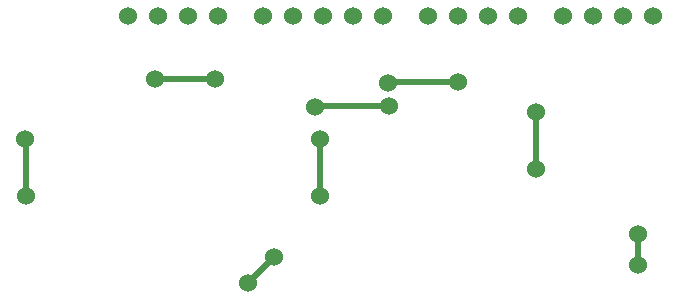
<source format=gbr>
G04 #@! TF.GenerationSoftware,KiCad,Pcbnew,(5.0.0-rc2-dev-586-g888c43477)*
G04 #@! TF.CreationDate,2018-06-03T13:56:12-03:00*
G04 #@! TF.ProjectId,Signal,5369676E616C2E6B696361645F706362,rev?*
G04 #@! TF.SameCoordinates,Original*
G04 #@! TF.FileFunction,Copper,L1,Top,Signal*
G04 #@! TF.FilePolarity,Positive*
%FSLAX46Y46*%
G04 Gerber Fmt 4.6, Leading zero omitted, Abs format (unit mm)*
G04 Created by KiCad (PCBNEW (5.0.0-rc2-dev-586-g888c43477)) date 06/03/18 13:56:12*
%MOMM*%
%LPD*%
G01*
G04 APERTURE LIST*
%ADD10C,1.524000*%
%ADD11C,0.508000*%
G04 APERTURE END LIST*
D10*
X71628000Y-20320000D03*
X69088000Y-20320000D03*
X66548000Y-20320000D03*
X62738000Y-20320000D03*
X60198000Y-20320000D03*
X57658000Y-20320000D03*
X55118000Y-20320000D03*
X51308000Y-20320000D03*
X48768000Y-20320000D03*
X46228000Y-20320000D03*
X43688000Y-20320000D03*
X41148000Y-20320000D03*
X37338000Y-20320000D03*
X34798000Y-20320000D03*
X32258000Y-20320000D03*
X29718000Y-20320000D03*
X74168000Y-20320000D03*
X72898000Y-41441601D03*
X72898000Y-38800001D03*
X64262000Y-28448000D03*
X64262000Y-33274000D03*
X42081947Y-40722053D03*
X39878000Y-42925992D03*
X51816000Y-27940000D03*
X57658000Y-25908000D03*
X32004000Y-25654000D03*
X37084002Y-25654000D03*
X51704309Y-26019705D03*
X45500010Y-28000000D03*
X21082000Y-35560000D03*
X21000000Y-30750000D03*
X45974014Y-30734000D03*
X45974000Y-35560000D03*
D11*
X72898000Y-41441601D02*
X72898000Y-38800001D01*
X64262000Y-33274000D02*
X64262000Y-28448000D01*
X39878008Y-42925992D02*
X39878000Y-42925992D01*
X42081947Y-40722053D02*
X39878008Y-42925992D01*
X32004000Y-25654000D02*
X37084002Y-25654000D01*
X57658000Y-25908000D02*
X51816014Y-25908000D01*
X51816014Y-25908000D02*
X51704309Y-26019705D01*
X51816000Y-27940000D02*
X45560010Y-27940000D01*
X45560010Y-27940000D02*
X45500010Y-28000000D01*
X21082000Y-30832000D02*
X21000000Y-30750000D01*
X21082000Y-35560000D02*
X21082000Y-30832000D01*
X45974014Y-30734000D02*
X45974014Y-35559986D01*
X45974014Y-35559986D02*
X45974000Y-35560000D01*
M02*

</source>
